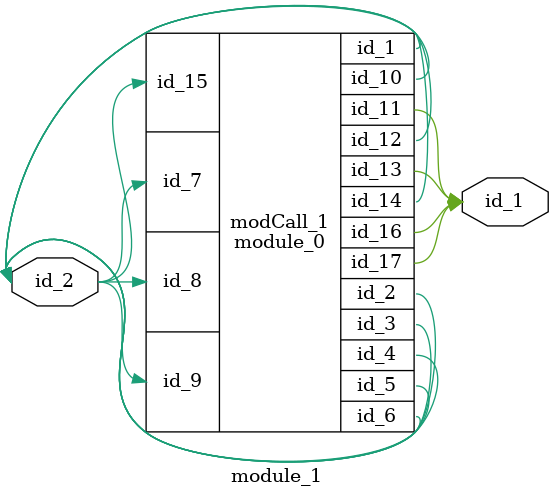
<source format=v>
module module_0 (
    id_1,
    id_2,
    id_3,
    id_4,
    id_5,
    id_6,
    id_7,
    id_8,
    id_9,
    id_10,
    id_11,
    id_12,
    id_13,
    id_14,
    id_15,
    id_16,
    id_17
);
  output wire id_17;
  output wire id_16;
  input wire id_15;
  inout wire id_14;
  output wire id_13;
  inout wire id_12;
  output wire id_11;
  inout wire id_10;
  input wire id_9;
  input wire id_8;
  input wire id_7;
  inout wire id_6;
  output wire id_5;
  output wire id_4;
  inout wire id_3;
  inout wire id_2;
  output wire id_1;
  assign id_14 = 1'b0;
  wire id_18;
endmodule
module module_1 (
    id_1,
    id_2
);
  inout wire id_2;
  output wire id_1;
  module_0 modCall_1 (
      id_2,
      id_2,
      id_2,
      id_2,
      id_2,
      id_2,
      id_2,
      id_2,
      id_2,
      id_2,
      id_1,
      id_2,
      id_1,
      id_2,
      id_2,
      id_1,
      id_1
  );
endmodule

</source>
